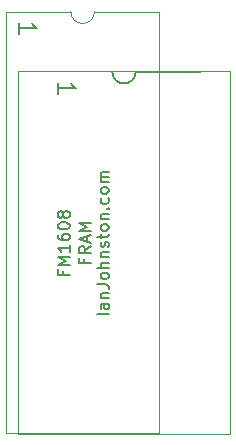
<source format=gbr>
%TF.GenerationSoftware,KiCad,Pcbnew,8.0.2*%
%TF.CreationDate,2024-05-26T11:04:38+01:00*%
%TF.ProjectId,FM1608-3458A-AdaptorV1.0,464d3136-3038-42d3-9334-3538412d4164,rev?*%
%TF.SameCoordinates,Original*%
%TF.FileFunction,Legend,Top*%
%TF.FilePolarity,Positive*%
%FSLAX46Y46*%
G04 Gerber Fmt 4.6, Leading zero omitted, Abs format (unit mm)*
G04 Created by KiCad (PCBNEW 8.0.2) date 2024-05-26 11:04:38*
%MOMM*%
%LPD*%
G01*
G04 APERTURE LIST*
%ADD10C,0.150000*%
%ADD11C,0.203200*%
%ADD12C,0.120000*%
%ADD13C,0.200000*%
G04 APERTURE END LIST*
D10*
X146935819Y-102035809D02*
X145935819Y-102035809D01*
X146935819Y-101131048D02*
X146412009Y-101131048D01*
X146412009Y-101131048D02*
X146316771Y-101178667D01*
X146316771Y-101178667D02*
X146269152Y-101273905D01*
X146269152Y-101273905D02*
X146269152Y-101464381D01*
X146269152Y-101464381D02*
X146316771Y-101559619D01*
X146888200Y-101131048D02*
X146935819Y-101226286D01*
X146935819Y-101226286D02*
X146935819Y-101464381D01*
X146935819Y-101464381D02*
X146888200Y-101559619D01*
X146888200Y-101559619D02*
X146792961Y-101607238D01*
X146792961Y-101607238D02*
X146697723Y-101607238D01*
X146697723Y-101607238D02*
X146602485Y-101559619D01*
X146602485Y-101559619D02*
X146554866Y-101464381D01*
X146554866Y-101464381D02*
X146554866Y-101226286D01*
X146554866Y-101226286D02*
X146507247Y-101131048D01*
X146269152Y-100654857D02*
X146935819Y-100654857D01*
X146364390Y-100654857D02*
X146316771Y-100607238D01*
X146316771Y-100607238D02*
X146269152Y-100512000D01*
X146269152Y-100512000D02*
X146269152Y-100369143D01*
X146269152Y-100369143D02*
X146316771Y-100273905D01*
X146316771Y-100273905D02*
X146412009Y-100226286D01*
X146412009Y-100226286D02*
X146935819Y-100226286D01*
X145935819Y-99464381D02*
X146650104Y-99464381D01*
X146650104Y-99464381D02*
X146792961Y-99512000D01*
X146792961Y-99512000D02*
X146888200Y-99607238D01*
X146888200Y-99607238D02*
X146935819Y-99750095D01*
X146935819Y-99750095D02*
X146935819Y-99845333D01*
X146935819Y-98845333D02*
X146888200Y-98940571D01*
X146888200Y-98940571D02*
X146840580Y-98988190D01*
X146840580Y-98988190D02*
X146745342Y-99035809D01*
X146745342Y-99035809D02*
X146459628Y-99035809D01*
X146459628Y-99035809D02*
X146364390Y-98988190D01*
X146364390Y-98988190D02*
X146316771Y-98940571D01*
X146316771Y-98940571D02*
X146269152Y-98845333D01*
X146269152Y-98845333D02*
X146269152Y-98702476D01*
X146269152Y-98702476D02*
X146316771Y-98607238D01*
X146316771Y-98607238D02*
X146364390Y-98559619D01*
X146364390Y-98559619D02*
X146459628Y-98512000D01*
X146459628Y-98512000D02*
X146745342Y-98512000D01*
X146745342Y-98512000D02*
X146840580Y-98559619D01*
X146840580Y-98559619D02*
X146888200Y-98607238D01*
X146888200Y-98607238D02*
X146935819Y-98702476D01*
X146935819Y-98702476D02*
X146935819Y-98845333D01*
X146935819Y-98083428D02*
X145935819Y-98083428D01*
X146935819Y-97654857D02*
X146412009Y-97654857D01*
X146412009Y-97654857D02*
X146316771Y-97702476D01*
X146316771Y-97702476D02*
X146269152Y-97797714D01*
X146269152Y-97797714D02*
X146269152Y-97940571D01*
X146269152Y-97940571D02*
X146316771Y-98035809D01*
X146316771Y-98035809D02*
X146364390Y-98083428D01*
X146269152Y-97178666D02*
X146935819Y-97178666D01*
X146364390Y-97178666D02*
X146316771Y-97131047D01*
X146316771Y-97131047D02*
X146269152Y-97035809D01*
X146269152Y-97035809D02*
X146269152Y-96892952D01*
X146269152Y-96892952D02*
X146316771Y-96797714D01*
X146316771Y-96797714D02*
X146412009Y-96750095D01*
X146412009Y-96750095D02*
X146935819Y-96750095D01*
X146888200Y-96321523D02*
X146935819Y-96226285D01*
X146935819Y-96226285D02*
X146935819Y-96035809D01*
X146935819Y-96035809D02*
X146888200Y-95940571D01*
X146888200Y-95940571D02*
X146792961Y-95892952D01*
X146792961Y-95892952D02*
X146745342Y-95892952D01*
X146745342Y-95892952D02*
X146650104Y-95940571D01*
X146650104Y-95940571D02*
X146602485Y-96035809D01*
X146602485Y-96035809D02*
X146602485Y-96178666D01*
X146602485Y-96178666D02*
X146554866Y-96273904D01*
X146554866Y-96273904D02*
X146459628Y-96321523D01*
X146459628Y-96321523D02*
X146412009Y-96321523D01*
X146412009Y-96321523D02*
X146316771Y-96273904D01*
X146316771Y-96273904D02*
X146269152Y-96178666D01*
X146269152Y-96178666D02*
X146269152Y-96035809D01*
X146269152Y-96035809D02*
X146316771Y-95940571D01*
X146269152Y-95607237D02*
X146269152Y-95226285D01*
X145935819Y-95464380D02*
X146792961Y-95464380D01*
X146792961Y-95464380D02*
X146888200Y-95416761D01*
X146888200Y-95416761D02*
X146935819Y-95321523D01*
X146935819Y-95321523D02*
X146935819Y-95226285D01*
X146935819Y-94750094D02*
X146888200Y-94845332D01*
X146888200Y-94845332D02*
X146840580Y-94892951D01*
X146840580Y-94892951D02*
X146745342Y-94940570D01*
X146745342Y-94940570D02*
X146459628Y-94940570D01*
X146459628Y-94940570D02*
X146364390Y-94892951D01*
X146364390Y-94892951D02*
X146316771Y-94845332D01*
X146316771Y-94845332D02*
X146269152Y-94750094D01*
X146269152Y-94750094D02*
X146269152Y-94607237D01*
X146269152Y-94607237D02*
X146316771Y-94511999D01*
X146316771Y-94511999D02*
X146364390Y-94464380D01*
X146364390Y-94464380D02*
X146459628Y-94416761D01*
X146459628Y-94416761D02*
X146745342Y-94416761D01*
X146745342Y-94416761D02*
X146840580Y-94464380D01*
X146840580Y-94464380D02*
X146888200Y-94511999D01*
X146888200Y-94511999D02*
X146935819Y-94607237D01*
X146935819Y-94607237D02*
X146935819Y-94750094D01*
X146269152Y-93988189D02*
X146935819Y-93988189D01*
X146364390Y-93988189D02*
X146316771Y-93940570D01*
X146316771Y-93940570D02*
X146269152Y-93845332D01*
X146269152Y-93845332D02*
X146269152Y-93702475D01*
X146269152Y-93702475D02*
X146316771Y-93607237D01*
X146316771Y-93607237D02*
X146412009Y-93559618D01*
X146412009Y-93559618D02*
X146935819Y-93559618D01*
X146840580Y-93083427D02*
X146888200Y-93035808D01*
X146888200Y-93035808D02*
X146935819Y-93083427D01*
X146935819Y-93083427D02*
X146888200Y-93131046D01*
X146888200Y-93131046D02*
X146840580Y-93083427D01*
X146840580Y-93083427D02*
X146935819Y-93083427D01*
X146888200Y-92178666D02*
X146935819Y-92273904D01*
X146935819Y-92273904D02*
X146935819Y-92464380D01*
X146935819Y-92464380D02*
X146888200Y-92559618D01*
X146888200Y-92559618D02*
X146840580Y-92607237D01*
X146840580Y-92607237D02*
X146745342Y-92654856D01*
X146745342Y-92654856D02*
X146459628Y-92654856D01*
X146459628Y-92654856D02*
X146364390Y-92607237D01*
X146364390Y-92607237D02*
X146316771Y-92559618D01*
X146316771Y-92559618D02*
X146269152Y-92464380D01*
X146269152Y-92464380D02*
X146269152Y-92273904D01*
X146269152Y-92273904D02*
X146316771Y-92178666D01*
X146935819Y-91607237D02*
X146888200Y-91702475D01*
X146888200Y-91702475D02*
X146840580Y-91750094D01*
X146840580Y-91750094D02*
X146745342Y-91797713D01*
X146745342Y-91797713D02*
X146459628Y-91797713D01*
X146459628Y-91797713D02*
X146364390Y-91750094D01*
X146364390Y-91750094D02*
X146316771Y-91702475D01*
X146316771Y-91702475D02*
X146269152Y-91607237D01*
X146269152Y-91607237D02*
X146269152Y-91464380D01*
X146269152Y-91464380D02*
X146316771Y-91369142D01*
X146316771Y-91369142D02*
X146364390Y-91321523D01*
X146364390Y-91321523D02*
X146459628Y-91273904D01*
X146459628Y-91273904D02*
X146745342Y-91273904D01*
X146745342Y-91273904D02*
X146840580Y-91321523D01*
X146840580Y-91321523D02*
X146888200Y-91369142D01*
X146888200Y-91369142D02*
X146935819Y-91464380D01*
X146935819Y-91464380D02*
X146935819Y-91607237D01*
X146935819Y-90845332D02*
X146269152Y-90845332D01*
X146364390Y-90845332D02*
X146316771Y-90797713D01*
X146316771Y-90797713D02*
X146269152Y-90702475D01*
X146269152Y-90702475D02*
X146269152Y-90559618D01*
X146269152Y-90559618D02*
X146316771Y-90464380D01*
X146316771Y-90464380D02*
X146412009Y-90416761D01*
X146412009Y-90416761D02*
X146935819Y-90416761D01*
X146412009Y-90416761D02*
X146316771Y-90369142D01*
X146316771Y-90369142D02*
X146269152Y-90273904D01*
X146269152Y-90273904D02*
X146269152Y-90131047D01*
X146269152Y-90131047D02*
X146316771Y-90035808D01*
X146316771Y-90035808D02*
X146412009Y-89988189D01*
X146412009Y-89988189D02*
X146935819Y-89988189D01*
D11*
X142691075Y-83336826D02*
X142691075Y-82465969D01*
X142691075Y-82901398D02*
X144215075Y-82901398D01*
X144215075Y-82901398D02*
X143997361Y-82756255D01*
X143997361Y-82756255D02*
X143852218Y-82611112D01*
X143852218Y-82611112D02*
X143779647Y-82465969D01*
D10*
X143110009Y-98345333D02*
X143110009Y-98678666D01*
X143633819Y-98678666D02*
X142633819Y-98678666D01*
X142633819Y-98678666D02*
X142633819Y-98202476D01*
X143633819Y-97821523D02*
X142633819Y-97821523D01*
X142633819Y-97821523D02*
X143348104Y-97488190D01*
X143348104Y-97488190D02*
X142633819Y-97154857D01*
X142633819Y-97154857D02*
X143633819Y-97154857D01*
X143633819Y-96154857D02*
X143633819Y-96726285D01*
X143633819Y-96440571D02*
X142633819Y-96440571D01*
X142633819Y-96440571D02*
X142776676Y-96535809D01*
X142776676Y-96535809D02*
X142871914Y-96631047D01*
X142871914Y-96631047D02*
X142919533Y-96726285D01*
X142633819Y-95297714D02*
X142633819Y-95488190D01*
X142633819Y-95488190D02*
X142681438Y-95583428D01*
X142681438Y-95583428D02*
X142729057Y-95631047D01*
X142729057Y-95631047D02*
X142871914Y-95726285D01*
X142871914Y-95726285D02*
X143062390Y-95773904D01*
X143062390Y-95773904D02*
X143443342Y-95773904D01*
X143443342Y-95773904D02*
X143538580Y-95726285D01*
X143538580Y-95726285D02*
X143586200Y-95678666D01*
X143586200Y-95678666D02*
X143633819Y-95583428D01*
X143633819Y-95583428D02*
X143633819Y-95392952D01*
X143633819Y-95392952D02*
X143586200Y-95297714D01*
X143586200Y-95297714D02*
X143538580Y-95250095D01*
X143538580Y-95250095D02*
X143443342Y-95202476D01*
X143443342Y-95202476D02*
X143205247Y-95202476D01*
X143205247Y-95202476D02*
X143110009Y-95250095D01*
X143110009Y-95250095D02*
X143062390Y-95297714D01*
X143062390Y-95297714D02*
X143014771Y-95392952D01*
X143014771Y-95392952D02*
X143014771Y-95583428D01*
X143014771Y-95583428D02*
X143062390Y-95678666D01*
X143062390Y-95678666D02*
X143110009Y-95726285D01*
X143110009Y-95726285D02*
X143205247Y-95773904D01*
X142633819Y-94583428D02*
X142633819Y-94488190D01*
X142633819Y-94488190D02*
X142681438Y-94392952D01*
X142681438Y-94392952D02*
X142729057Y-94345333D01*
X142729057Y-94345333D02*
X142824295Y-94297714D01*
X142824295Y-94297714D02*
X143014771Y-94250095D01*
X143014771Y-94250095D02*
X143252866Y-94250095D01*
X143252866Y-94250095D02*
X143443342Y-94297714D01*
X143443342Y-94297714D02*
X143538580Y-94345333D01*
X143538580Y-94345333D02*
X143586200Y-94392952D01*
X143586200Y-94392952D02*
X143633819Y-94488190D01*
X143633819Y-94488190D02*
X143633819Y-94583428D01*
X143633819Y-94583428D02*
X143586200Y-94678666D01*
X143586200Y-94678666D02*
X143538580Y-94726285D01*
X143538580Y-94726285D02*
X143443342Y-94773904D01*
X143443342Y-94773904D02*
X143252866Y-94821523D01*
X143252866Y-94821523D02*
X143014771Y-94821523D01*
X143014771Y-94821523D02*
X142824295Y-94773904D01*
X142824295Y-94773904D02*
X142729057Y-94726285D01*
X142729057Y-94726285D02*
X142681438Y-94678666D01*
X142681438Y-94678666D02*
X142633819Y-94583428D01*
X143062390Y-93678666D02*
X143014771Y-93773904D01*
X143014771Y-93773904D02*
X142967152Y-93821523D01*
X142967152Y-93821523D02*
X142871914Y-93869142D01*
X142871914Y-93869142D02*
X142824295Y-93869142D01*
X142824295Y-93869142D02*
X142729057Y-93821523D01*
X142729057Y-93821523D02*
X142681438Y-93773904D01*
X142681438Y-93773904D02*
X142633819Y-93678666D01*
X142633819Y-93678666D02*
X142633819Y-93488190D01*
X142633819Y-93488190D02*
X142681438Y-93392952D01*
X142681438Y-93392952D02*
X142729057Y-93345333D01*
X142729057Y-93345333D02*
X142824295Y-93297714D01*
X142824295Y-93297714D02*
X142871914Y-93297714D01*
X142871914Y-93297714D02*
X142967152Y-93345333D01*
X142967152Y-93345333D02*
X143014771Y-93392952D01*
X143014771Y-93392952D02*
X143062390Y-93488190D01*
X143062390Y-93488190D02*
X143062390Y-93678666D01*
X143062390Y-93678666D02*
X143110009Y-93773904D01*
X143110009Y-93773904D02*
X143157628Y-93821523D01*
X143157628Y-93821523D02*
X143252866Y-93869142D01*
X143252866Y-93869142D02*
X143443342Y-93869142D01*
X143443342Y-93869142D02*
X143538580Y-93821523D01*
X143538580Y-93821523D02*
X143586200Y-93773904D01*
X143586200Y-93773904D02*
X143633819Y-93678666D01*
X143633819Y-93678666D02*
X143633819Y-93488190D01*
X143633819Y-93488190D02*
X143586200Y-93392952D01*
X143586200Y-93392952D02*
X143538580Y-93345333D01*
X143538580Y-93345333D02*
X143443342Y-93297714D01*
X143443342Y-93297714D02*
X143252866Y-93297714D01*
X143252866Y-93297714D02*
X143157628Y-93345333D01*
X143157628Y-93345333D02*
X143110009Y-93392952D01*
X143110009Y-93392952D02*
X143062390Y-93488190D01*
X144888009Y-97369142D02*
X144888009Y-97702475D01*
X145411819Y-97702475D02*
X144411819Y-97702475D01*
X144411819Y-97702475D02*
X144411819Y-97226285D01*
X145411819Y-96273904D02*
X144935628Y-96607237D01*
X145411819Y-96845332D02*
X144411819Y-96845332D01*
X144411819Y-96845332D02*
X144411819Y-96464380D01*
X144411819Y-96464380D02*
X144459438Y-96369142D01*
X144459438Y-96369142D02*
X144507057Y-96321523D01*
X144507057Y-96321523D02*
X144602295Y-96273904D01*
X144602295Y-96273904D02*
X144745152Y-96273904D01*
X144745152Y-96273904D02*
X144840390Y-96321523D01*
X144840390Y-96321523D02*
X144888009Y-96369142D01*
X144888009Y-96369142D02*
X144935628Y-96464380D01*
X144935628Y-96464380D02*
X144935628Y-96845332D01*
X145126104Y-95892951D02*
X145126104Y-95416761D01*
X145411819Y-95988189D02*
X144411819Y-95654856D01*
X144411819Y-95654856D02*
X145411819Y-95321523D01*
X145411819Y-94988189D02*
X144411819Y-94988189D01*
X144411819Y-94988189D02*
X145126104Y-94654856D01*
X145126104Y-94654856D02*
X144411819Y-94321523D01*
X144411819Y-94321523D02*
X145411819Y-94321523D01*
D11*
X139389075Y-78256826D02*
X139389075Y-77385969D01*
X139389075Y-77821398D02*
X140913075Y-77821398D01*
X140913075Y-77821398D02*
X140695361Y-77676255D01*
X140695361Y-77676255D02*
X140550218Y-77531112D01*
X140550218Y-77531112D02*
X140477647Y-77385969D01*
D12*
%TO.C,U1*%
X138285000Y-76394000D02*
X138285000Y-112074000D01*
X138285000Y-112074000D02*
X151205000Y-112074000D01*
X143745000Y-76394000D02*
X138285000Y-76394000D01*
X151205000Y-76394000D02*
X145745000Y-76394000D01*
X151205000Y-112074000D02*
X151205000Y-76394000D01*
X145745000Y-76394000D02*
G75*
G02*
X143745000Y-76394000I-1000000J0D01*
G01*
%TO.C,SOCKET1*%
X139295000Y-81414000D02*
X139295000Y-112134000D01*
X139295000Y-112134000D02*
X157195000Y-112134000D01*
X154705000Y-81474000D02*
X149245000Y-81474000D01*
X157195000Y-81414000D02*
X139295000Y-81414000D01*
X157195000Y-112134000D02*
X157195000Y-81414000D01*
D13*
X149245000Y-81474000D02*
G75*
G02*
X147245000Y-81474000I-1000000J0D01*
G01*
%TD*%
M02*

</source>
